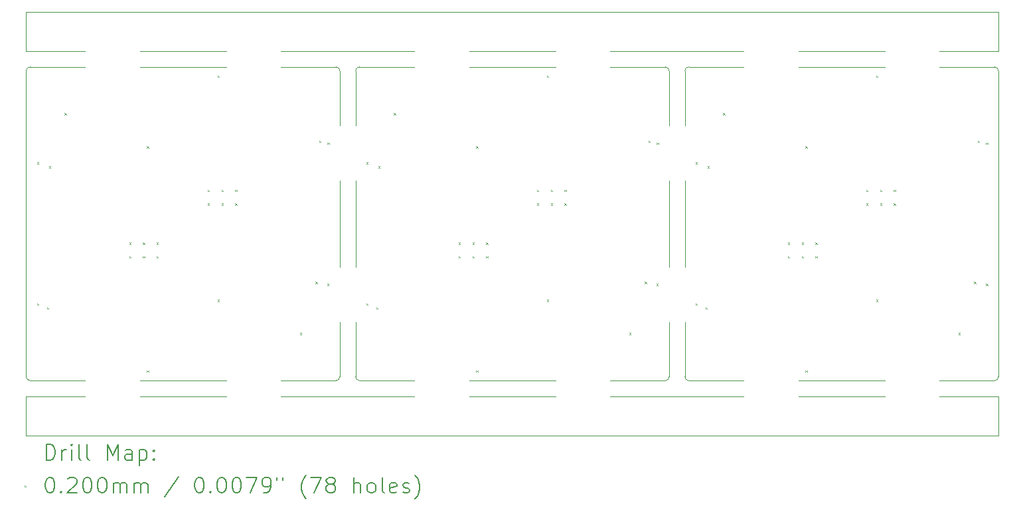
<source format=gbr>
%FSLAX45Y45*%
G04 Gerber Fmt 4.5, Leading zero omitted, Abs format (unit mm)*
G04 Created by KiCad (PCBNEW (6.0.0-0)) date 2022-10-21 10:58:45*
%MOMM*%
%LPD*%
G01*
G04 APERTURE LIST*
%TA.AperFunction,Profile*%
%ADD10C,0.050000*%
%TD*%
%ADD11C,0.200000*%
%ADD12C,0.020000*%
G04 APERTURE END LIST*
D10*
X13750000Y-9700000D02*
X15450000Y-9700000D01*
X10500000Y-10200000D02*
X10500000Y-9700000D01*
X16150000Y-9500000D02*
X17250000Y-9500000D01*
X18950000Y-9500000D02*
X19650000Y-9500000D01*
X19650000Y-5300000D02*
X17950000Y-5300000D01*
X18900000Y-6950000D02*
X18900000Y-8050000D01*
X14500000Y-8750000D02*
X14500000Y-9450000D01*
X10500000Y-5300000D02*
X10500000Y-4800000D01*
X18700000Y-8050000D02*
X18700000Y-6950000D01*
X11250000Y-5300000D02*
X10500000Y-5300000D01*
X18650000Y-9500000D02*
G75*
G03*
X18700000Y-9450000I0J50000D01*
G01*
X13050000Y-5500000D02*
X11950000Y-5500000D01*
X18950000Y-5500000D02*
G75*
G03*
X18900000Y-5550000I0J-50000D01*
G01*
X10500000Y-9450000D02*
G75*
G03*
X10550000Y-9500000I50000J0D01*
G01*
X21450000Y-5500000D02*
X20350000Y-5500000D01*
X14700000Y-6250000D02*
X14700000Y-5550000D01*
X17950000Y-9700000D02*
X19650000Y-9700000D01*
X20350000Y-9700000D02*
X21450000Y-9700000D01*
X16150000Y-9700000D02*
X17250000Y-9700000D01*
X22900000Y-5550000D02*
G75*
G03*
X22850000Y-5500000I-50000J0D01*
G01*
X18650000Y-5500000D02*
X17950000Y-5500000D01*
X22150000Y-9500000D02*
X22850000Y-9500000D01*
X14700000Y-8050000D02*
X14700000Y-6950000D01*
X14450000Y-9500000D02*
G75*
G03*
X14500000Y-9450000I0J50000D01*
G01*
X10550000Y-9500000D02*
X11250000Y-9500000D01*
X22850000Y-5500000D02*
X22150000Y-5500000D01*
X14450000Y-5500000D02*
X13750000Y-5500000D01*
X15450000Y-5500000D02*
X14750000Y-5500000D01*
X14500000Y-6250000D02*
X14500000Y-5550000D01*
X14700000Y-8750000D02*
X14700000Y-9450000D01*
X15450000Y-5300000D02*
X13750000Y-5300000D01*
X17250000Y-5300000D02*
X16150000Y-5300000D01*
X17250000Y-5500000D02*
X16150000Y-5500000D01*
X22900000Y-9700000D02*
X22900000Y-10200000D01*
X18700000Y-5550000D02*
G75*
G03*
X18650000Y-5500000I-50000J0D01*
G01*
X18700000Y-8750000D02*
X18700000Y-9450000D01*
X18900000Y-9450000D02*
G75*
G03*
X18950000Y-9500000I50000J0D01*
G01*
X22900000Y-5300000D02*
X22150000Y-5300000D01*
X14500000Y-6950000D02*
X14500000Y-8050000D01*
X10500000Y-9700000D02*
X11250000Y-9700000D01*
X11950000Y-9500000D02*
X13050000Y-9500000D01*
X20350000Y-9500000D02*
X21450000Y-9500000D01*
X11950000Y-9700000D02*
X13050000Y-9700000D01*
X14700000Y-9450000D02*
G75*
G03*
X14750000Y-9500000I50000J0D01*
G01*
X18900000Y-9450000D02*
X18900000Y-8750000D01*
X19650000Y-5500000D02*
X18950000Y-5500000D01*
X22900000Y-4800000D02*
X22900000Y-5300000D01*
X18700000Y-6250000D02*
X18700000Y-5550000D01*
X22150000Y-9700000D02*
X22900000Y-9700000D01*
X22850000Y-9500000D02*
G75*
G03*
X22900000Y-9450000I0J50000D01*
G01*
X11250000Y-5500000D02*
X10550000Y-5500000D01*
X22900000Y-9450000D02*
X22900000Y-5550000D01*
X10550000Y-5500000D02*
G75*
G03*
X10500000Y-5550000I0J-50000D01*
G01*
X21450000Y-5300000D02*
X20350000Y-5300000D01*
X10500000Y-4800000D02*
X22900000Y-4800000D01*
X13750000Y-9500000D02*
X14450000Y-9500000D01*
X14750000Y-5500000D02*
G75*
G03*
X14700000Y-5550000I0J-50000D01*
G01*
X14750000Y-9500000D02*
X15450000Y-9500000D01*
X10500000Y-5550000D02*
X10500000Y-9450000D01*
X17950000Y-9500000D02*
X18650000Y-9500000D01*
X14500000Y-5550000D02*
G75*
G03*
X14450000Y-5500000I-50000J0D01*
G01*
X22900000Y-10200000D02*
X10500000Y-10200000D01*
X18900000Y-6250000D02*
X18900000Y-5550000D01*
X13050000Y-5300000D02*
X11950000Y-5300000D01*
D11*
D12*
X10637550Y-6715000D02*
X10657550Y-6735000D01*
X10657550Y-6715000D02*
X10637550Y-6735000D01*
X10640000Y-8515000D02*
X10660000Y-8535000D01*
X10660000Y-8515000D02*
X10640000Y-8535000D01*
X10766499Y-8565000D02*
X10786499Y-8585000D01*
X10786499Y-8565000D02*
X10766499Y-8585000D01*
X10790000Y-6765000D02*
X10810000Y-6785000D01*
X10810000Y-6765000D02*
X10790000Y-6785000D01*
X10990000Y-6090000D02*
X11010000Y-6110000D01*
X11010000Y-6090000D02*
X10990000Y-6110000D01*
X11815000Y-7740000D02*
X11835000Y-7760000D01*
X11835000Y-7740000D02*
X11815000Y-7760000D01*
X11815000Y-7915000D02*
X11835000Y-7935000D01*
X11835000Y-7915000D02*
X11815000Y-7935000D01*
X11990000Y-7740000D02*
X12010000Y-7760000D01*
X12010000Y-7740000D02*
X11990000Y-7760000D01*
X11990000Y-7915000D02*
X12010000Y-7935000D01*
X12010000Y-7915000D02*
X11990000Y-7935000D01*
X12040000Y-6512500D02*
X12060000Y-6532500D01*
X12060000Y-6512500D02*
X12040000Y-6532500D01*
X12040000Y-9367500D02*
X12060000Y-9387500D01*
X12060000Y-9367500D02*
X12040000Y-9387500D01*
X12165000Y-7740000D02*
X12185000Y-7760000D01*
X12185000Y-7740000D02*
X12165000Y-7760000D01*
X12165000Y-7915000D02*
X12185000Y-7935000D01*
X12185000Y-7915000D02*
X12165000Y-7935000D01*
X12815000Y-7065000D02*
X12835000Y-7085000D01*
X12835000Y-7065000D02*
X12815000Y-7085000D01*
X12815000Y-7240000D02*
X12835000Y-7260000D01*
X12835000Y-7240000D02*
X12815000Y-7260000D01*
X12940000Y-5612500D02*
X12960000Y-5632500D01*
X12960000Y-5612500D02*
X12940000Y-5632500D01*
X12940000Y-8467500D02*
X12960000Y-8487500D01*
X12960000Y-8467500D02*
X12940000Y-8487500D01*
X12990000Y-7065000D02*
X13010000Y-7085000D01*
X13010000Y-7065000D02*
X12990000Y-7085000D01*
X12990000Y-7240000D02*
X13010000Y-7260000D01*
X13010000Y-7240000D02*
X12990000Y-7260000D01*
X13165000Y-7065000D02*
X13185000Y-7085000D01*
X13185000Y-7065000D02*
X13165000Y-7085000D01*
X13165000Y-7240000D02*
X13185000Y-7260000D01*
X13185000Y-7240000D02*
X13165000Y-7260000D01*
X13990000Y-8890000D02*
X14010000Y-8910000D01*
X14010000Y-8890000D02*
X13990000Y-8910000D01*
X14190000Y-8240000D02*
X14210000Y-8260000D01*
X14210000Y-8240000D02*
X14190000Y-8260000D01*
X14237550Y-6440000D02*
X14257550Y-6460000D01*
X14257550Y-6440000D02*
X14237550Y-6460000D01*
X14340000Y-8265000D02*
X14360000Y-8285000D01*
X14360000Y-8265000D02*
X14340000Y-8285000D01*
X14342450Y-6465000D02*
X14362450Y-6485000D01*
X14362450Y-6465000D02*
X14342450Y-6485000D01*
X14837550Y-6715000D02*
X14857550Y-6735000D01*
X14857550Y-6715000D02*
X14837550Y-6735000D01*
X14840000Y-8515000D02*
X14860000Y-8535000D01*
X14860000Y-8515000D02*
X14840000Y-8535000D01*
X14966499Y-8565000D02*
X14986499Y-8585000D01*
X14986499Y-8565000D02*
X14966499Y-8585000D01*
X14990000Y-6765000D02*
X15010000Y-6785000D01*
X15010000Y-6765000D02*
X14990000Y-6785000D01*
X15190000Y-6090000D02*
X15210000Y-6110000D01*
X15210000Y-6090000D02*
X15190000Y-6110000D01*
X16015000Y-7740000D02*
X16035000Y-7760000D01*
X16035000Y-7740000D02*
X16015000Y-7760000D01*
X16015000Y-7915000D02*
X16035000Y-7935000D01*
X16035000Y-7915000D02*
X16015000Y-7935000D01*
X16190000Y-7740000D02*
X16210000Y-7760000D01*
X16210000Y-7740000D02*
X16190000Y-7760000D01*
X16190000Y-7915000D02*
X16210000Y-7935000D01*
X16210000Y-7915000D02*
X16190000Y-7935000D01*
X16240000Y-6512500D02*
X16260000Y-6532500D01*
X16260000Y-6512500D02*
X16240000Y-6532500D01*
X16240000Y-9367500D02*
X16260000Y-9387500D01*
X16260000Y-9367500D02*
X16240000Y-9387500D01*
X16365000Y-7740000D02*
X16385000Y-7760000D01*
X16385000Y-7740000D02*
X16365000Y-7760000D01*
X16365000Y-7915000D02*
X16385000Y-7935000D01*
X16385000Y-7915000D02*
X16365000Y-7935000D01*
X17015000Y-7065000D02*
X17035000Y-7085000D01*
X17035000Y-7065000D02*
X17015000Y-7085000D01*
X17015000Y-7240000D02*
X17035000Y-7260000D01*
X17035000Y-7240000D02*
X17015000Y-7260000D01*
X17140000Y-5612500D02*
X17160000Y-5632500D01*
X17160000Y-5612500D02*
X17140000Y-5632500D01*
X17140000Y-8467500D02*
X17160000Y-8487500D01*
X17160000Y-8467500D02*
X17140000Y-8487500D01*
X17190000Y-7065000D02*
X17210000Y-7085000D01*
X17210000Y-7065000D02*
X17190000Y-7085000D01*
X17190000Y-7240000D02*
X17210000Y-7260000D01*
X17210000Y-7240000D02*
X17190000Y-7260000D01*
X17365000Y-7065000D02*
X17385000Y-7085000D01*
X17385000Y-7065000D02*
X17365000Y-7085000D01*
X17365000Y-7240000D02*
X17385000Y-7260000D01*
X17385000Y-7240000D02*
X17365000Y-7260000D01*
X18190000Y-8890000D02*
X18210000Y-8910000D01*
X18210000Y-8890000D02*
X18190000Y-8910000D01*
X18390000Y-8240000D02*
X18410000Y-8260000D01*
X18410000Y-8240000D02*
X18390000Y-8260000D01*
X18437550Y-6440000D02*
X18457550Y-6460000D01*
X18457550Y-6440000D02*
X18437550Y-6460000D01*
X18540000Y-8265000D02*
X18560000Y-8285000D01*
X18560000Y-8265000D02*
X18540000Y-8285000D01*
X18542450Y-6465000D02*
X18562450Y-6485000D01*
X18562450Y-6465000D02*
X18542450Y-6485000D01*
X19037550Y-6715000D02*
X19057550Y-6735000D01*
X19057550Y-6715000D02*
X19037550Y-6735000D01*
X19040000Y-8515000D02*
X19060000Y-8535000D01*
X19060000Y-8515000D02*
X19040000Y-8535000D01*
X19166499Y-8565000D02*
X19186499Y-8585000D01*
X19186499Y-8565000D02*
X19166499Y-8585000D01*
X19190000Y-6765000D02*
X19210000Y-6785000D01*
X19210000Y-6765000D02*
X19190000Y-6785000D01*
X19390000Y-6090000D02*
X19410000Y-6110000D01*
X19410000Y-6090000D02*
X19390000Y-6110000D01*
X20215000Y-7740000D02*
X20235000Y-7760000D01*
X20235000Y-7740000D02*
X20215000Y-7760000D01*
X20215000Y-7915000D02*
X20235000Y-7935000D01*
X20235000Y-7915000D02*
X20215000Y-7935000D01*
X20390000Y-7740000D02*
X20410000Y-7760000D01*
X20410000Y-7740000D02*
X20390000Y-7760000D01*
X20390000Y-7915000D02*
X20410000Y-7935000D01*
X20410000Y-7915000D02*
X20390000Y-7935000D01*
X20440000Y-6512500D02*
X20460000Y-6532500D01*
X20460000Y-6512500D02*
X20440000Y-6532500D01*
X20440000Y-9367500D02*
X20460000Y-9387500D01*
X20460000Y-9367500D02*
X20440000Y-9387500D01*
X20565000Y-7740000D02*
X20585000Y-7760000D01*
X20585000Y-7740000D02*
X20565000Y-7760000D01*
X20565000Y-7915000D02*
X20585000Y-7935000D01*
X20585000Y-7915000D02*
X20565000Y-7935000D01*
X21215000Y-7065000D02*
X21235000Y-7085000D01*
X21235000Y-7065000D02*
X21215000Y-7085000D01*
X21215000Y-7240000D02*
X21235000Y-7260000D01*
X21235000Y-7240000D02*
X21215000Y-7260000D01*
X21340000Y-5612500D02*
X21360000Y-5632500D01*
X21360000Y-5612500D02*
X21340000Y-5632500D01*
X21340000Y-8467500D02*
X21360000Y-8487500D01*
X21360000Y-8467500D02*
X21340000Y-8487500D01*
X21390000Y-7065000D02*
X21410000Y-7085000D01*
X21410000Y-7065000D02*
X21390000Y-7085000D01*
X21390000Y-7240000D02*
X21410000Y-7260000D01*
X21410000Y-7240000D02*
X21390000Y-7260000D01*
X21565000Y-7065000D02*
X21585000Y-7085000D01*
X21585000Y-7065000D02*
X21565000Y-7085000D01*
X21565000Y-7240000D02*
X21585000Y-7260000D01*
X21585000Y-7240000D02*
X21565000Y-7260000D01*
X22390000Y-8890000D02*
X22410000Y-8910000D01*
X22410000Y-8890000D02*
X22390000Y-8910000D01*
X22590000Y-8240000D02*
X22610000Y-8260000D01*
X22610000Y-8240000D02*
X22590000Y-8260000D01*
X22637550Y-6440000D02*
X22657550Y-6460000D01*
X22657550Y-6440000D02*
X22637550Y-6460000D01*
X22740000Y-8265000D02*
X22760000Y-8285000D01*
X22760000Y-8265000D02*
X22740000Y-8285000D01*
X22742450Y-6465000D02*
X22762450Y-6485000D01*
X22762450Y-6465000D02*
X22742450Y-6485000D01*
D11*
X10755119Y-10512976D02*
X10755119Y-10312976D01*
X10802738Y-10312976D01*
X10831310Y-10322500D01*
X10850357Y-10341548D01*
X10859881Y-10360595D01*
X10869405Y-10398690D01*
X10869405Y-10427262D01*
X10859881Y-10465357D01*
X10850357Y-10484405D01*
X10831310Y-10503452D01*
X10802738Y-10512976D01*
X10755119Y-10512976D01*
X10955119Y-10512976D02*
X10955119Y-10379643D01*
X10955119Y-10417738D02*
X10964643Y-10398690D01*
X10974167Y-10389167D01*
X10993214Y-10379643D01*
X11012262Y-10379643D01*
X11078929Y-10512976D02*
X11078929Y-10379643D01*
X11078929Y-10312976D02*
X11069405Y-10322500D01*
X11078929Y-10332024D01*
X11088452Y-10322500D01*
X11078929Y-10312976D01*
X11078929Y-10332024D01*
X11202738Y-10512976D02*
X11183690Y-10503452D01*
X11174167Y-10484405D01*
X11174167Y-10312976D01*
X11307500Y-10512976D02*
X11288452Y-10503452D01*
X11278928Y-10484405D01*
X11278928Y-10312976D01*
X11536071Y-10512976D02*
X11536071Y-10312976D01*
X11602738Y-10455833D01*
X11669405Y-10312976D01*
X11669405Y-10512976D01*
X11850357Y-10512976D02*
X11850357Y-10408214D01*
X11840833Y-10389167D01*
X11821786Y-10379643D01*
X11783690Y-10379643D01*
X11764643Y-10389167D01*
X11850357Y-10503452D02*
X11831309Y-10512976D01*
X11783690Y-10512976D01*
X11764643Y-10503452D01*
X11755119Y-10484405D01*
X11755119Y-10465357D01*
X11764643Y-10446310D01*
X11783690Y-10436786D01*
X11831309Y-10436786D01*
X11850357Y-10427262D01*
X11945595Y-10379643D02*
X11945595Y-10579643D01*
X11945595Y-10389167D02*
X11964643Y-10379643D01*
X12002738Y-10379643D01*
X12021786Y-10389167D01*
X12031309Y-10398690D01*
X12040833Y-10417738D01*
X12040833Y-10474881D01*
X12031309Y-10493929D01*
X12021786Y-10503452D01*
X12002738Y-10512976D01*
X11964643Y-10512976D01*
X11945595Y-10503452D01*
X12126548Y-10493929D02*
X12136071Y-10503452D01*
X12126548Y-10512976D01*
X12117024Y-10503452D01*
X12126548Y-10493929D01*
X12126548Y-10512976D01*
X12126548Y-10389167D02*
X12136071Y-10398690D01*
X12126548Y-10408214D01*
X12117024Y-10398690D01*
X12126548Y-10389167D01*
X12126548Y-10408214D01*
D12*
X10477500Y-10832500D02*
X10497500Y-10852500D01*
X10497500Y-10832500D02*
X10477500Y-10852500D01*
D11*
X10793214Y-10732976D02*
X10812262Y-10732976D01*
X10831310Y-10742500D01*
X10840833Y-10752024D01*
X10850357Y-10771071D01*
X10859881Y-10809167D01*
X10859881Y-10856786D01*
X10850357Y-10894881D01*
X10840833Y-10913929D01*
X10831310Y-10923452D01*
X10812262Y-10932976D01*
X10793214Y-10932976D01*
X10774167Y-10923452D01*
X10764643Y-10913929D01*
X10755119Y-10894881D01*
X10745595Y-10856786D01*
X10745595Y-10809167D01*
X10755119Y-10771071D01*
X10764643Y-10752024D01*
X10774167Y-10742500D01*
X10793214Y-10732976D01*
X10945595Y-10913929D02*
X10955119Y-10923452D01*
X10945595Y-10932976D01*
X10936071Y-10923452D01*
X10945595Y-10913929D01*
X10945595Y-10932976D01*
X11031310Y-10752024D02*
X11040833Y-10742500D01*
X11059881Y-10732976D01*
X11107500Y-10732976D01*
X11126548Y-10742500D01*
X11136071Y-10752024D01*
X11145595Y-10771071D01*
X11145595Y-10790119D01*
X11136071Y-10818690D01*
X11021786Y-10932976D01*
X11145595Y-10932976D01*
X11269405Y-10732976D02*
X11288452Y-10732976D01*
X11307500Y-10742500D01*
X11317024Y-10752024D01*
X11326548Y-10771071D01*
X11336071Y-10809167D01*
X11336071Y-10856786D01*
X11326548Y-10894881D01*
X11317024Y-10913929D01*
X11307500Y-10923452D01*
X11288452Y-10932976D01*
X11269405Y-10932976D01*
X11250357Y-10923452D01*
X11240833Y-10913929D01*
X11231309Y-10894881D01*
X11221786Y-10856786D01*
X11221786Y-10809167D01*
X11231309Y-10771071D01*
X11240833Y-10752024D01*
X11250357Y-10742500D01*
X11269405Y-10732976D01*
X11459881Y-10732976D02*
X11478928Y-10732976D01*
X11497976Y-10742500D01*
X11507500Y-10752024D01*
X11517024Y-10771071D01*
X11526548Y-10809167D01*
X11526548Y-10856786D01*
X11517024Y-10894881D01*
X11507500Y-10913929D01*
X11497976Y-10923452D01*
X11478928Y-10932976D01*
X11459881Y-10932976D01*
X11440833Y-10923452D01*
X11431309Y-10913929D01*
X11421786Y-10894881D01*
X11412262Y-10856786D01*
X11412262Y-10809167D01*
X11421786Y-10771071D01*
X11431309Y-10752024D01*
X11440833Y-10742500D01*
X11459881Y-10732976D01*
X11612262Y-10932976D02*
X11612262Y-10799643D01*
X11612262Y-10818690D02*
X11621786Y-10809167D01*
X11640833Y-10799643D01*
X11669405Y-10799643D01*
X11688452Y-10809167D01*
X11697976Y-10828214D01*
X11697976Y-10932976D01*
X11697976Y-10828214D02*
X11707500Y-10809167D01*
X11726548Y-10799643D01*
X11755119Y-10799643D01*
X11774167Y-10809167D01*
X11783690Y-10828214D01*
X11783690Y-10932976D01*
X11878928Y-10932976D02*
X11878928Y-10799643D01*
X11878928Y-10818690D02*
X11888452Y-10809167D01*
X11907500Y-10799643D01*
X11936071Y-10799643D01*
X11955119Y-10809167D01*
X11964643Y-10828214D01*
X11964643Y-10932976D01*
X11964643Y-10828214D02*
X11974167Y-10809167D01*
X11993214Y-10799643D01*
X12021786Y-10799643D01*
X12040833Y-10809167D01*
X12050357Y-10828214D01*
X12050357Y-10932976D01*
X12440833Y-10723452D02*
X12269405Y-10980595D01*
X12697976Y-10732976D02*
X12717024Y-10732976D01*
X12736071Y-10742500D01*
X12745595Y-10752024D01*
X12755119Y-10771071D01*
X12764643Y-10809167D01*
X12764643Y-10856786D01*
X12755119Y-10894881D01*
X12745595Y-10913929D01*
X12736071Y-10923452D01*
X12717024Y-10932976D01*
X12697976Y-10932976D01*
X12678928Y-10923452D01*
X12669405Y-10913929D01*
X12659881Y-10894881D01*
X12650357Y-10856786D01*
X12650357Y-10809167D01*
X12659881Y-10771071D01*
X12669405Y-10752024D01*
X12678928Y-10742500D01*
X12697976Y-10732976D01*
X12850357Y-10913929D02*
X12859881Y-10923452D01*
X12850357Y-10932976D01*
X12840833Y-10923452D01*
X12850357Y-10913929D01*
X12850357Y-10932976D01*
X12983690Y-10732976D02*
X13002738Y-10732976D01*
X13021786Y-10742500D01*
X13031309Y-10752024D01*
X13040833Y-10771071D01*
X13050357Y-10809167D01*
X13050357Y-10856786D01*
X13040833Y-10894881D01*
X13031309Y-10913929D01*
X13021786Y-10923452D01*
X13002738Y-10932976D01*
X12983690Y-10932976D01*
X12964643Y-10923452D01*
X12955119Y-10913929D01*
X12945595Y-10894881D01*
X12936071Y-10856786D01*
X12936071Y-10809167D01*
X12945595Y-10771071D01*
X12955119Y-10752024D01*
X12964643Y-10742500D01*
X12983690Y-10732976D01*
X13174167Y-10732976D02*
X13193214Y-10732976D01*
X13212262Y-10742500D01*
X13221786Y-10752024D01*
X13231309Y-10771071D01*
X13240833Y-10809167D01*
X13240833Y-10856786D01*
X13231309Y-10894881D01*
X13221786Y-10913929D01*
X13212262Y-10923452D01*
X13193214Y-10932976D01*
X13174167Y-10932976D01*
X13155119Y-10923452D01*
X13145595Y-10913929D01*
X13136071Y-10894881D01*
X13126548Y-10856786D01*
X13126548Y-10809167D01*
X13136071Y-10771071D01*
X13145595Y-10752024D01*
X13155119Y-10742500D01*
X13174167Y-10732976D01*
X13307500Y-10732976D02*
X13440833Y-10732976D01*
X13355119Y-10932976D01*
X13526548Y-10932976D02*
X13564643Y-10932976D01*
X13583690Y-10923452D01*
X13593214Y-10913929D01*
X13612262Y-10885357D01*
X13621786Y-10847262D01*
X13621786Y-10771071D01*
X13612262Y-10752024D01*
X13602738Y-10742500D01*
X13583690Y-10732976D01*
X13545595Y-10732976D01*
X13526548Y-10742500D01*
X13517024Y-10752024D01*
X13507500Y-10771071D01*
X13507500Y-10818690D01*
X13517024Y-10837738D01*
X13526548Y-10847262D01*
X13545595Y-10856786D01*
X13583690Y-10856786D01*
X13602738Y-10847262D01*
X13612262Y-10837738D01*
X13621786Y-10818690D01*
X13697976Y-10732976D02*
X13697976Y-10771071D01*
X13774167Y-10732976D02*
X13774167Y-10771071D01*
X14069405Y-11009167D02*
X14059881Y-10999643D01*
X14040833Y-10971071D01*
X14031309Y-10952024D01*
X14021786Y-10923452D01*
X14012262Y-10875833D01*
X14012262Y-10837738D01*
X14021786Y-10790119D01*
X14031309Y-10761548D01*
X14040833Y-10742500D01*
X14059881Y-10713929D01*
X14069405Y-10704405D01*
X14126548Y-10732976D02*
X14259881Y-10732976D01*
X14174167Y-10932976D01*
X14364643Y-10818690D02*
X14345595Y-10809167D01*
X14336071Y-10799643D01*
X14326548Y-10780595D01*
X14326548Y-10771071D01*
X14336071Y-10752024D01*
X14345595Y-10742500D01*
X14364643Y-10732976D01*
X14402738Y-10732976D01*
X14421786Y-10742500D01*
X14431309Y-10752024D01*
X14440833Y-10771071D01*
X14440833Y-10780595D01*
X14431309Y-10799643D01*
X14421786Y-10809167D01*
X14402738Y-10818690D01*
X14364643Y-10818690D01*
X14345595Y-10828214D01*
X14336071Y-10837738D01*
X14326548Y-10856786D01*
X14326548Y-10894881D01*
X14336071Y-10913929D01*
X14345595Y-10923452D01*
X14364643Y-10932976D01*
X14402738Y-10932976D01*
X14421786Y-10923452D01*
X14431309Y-10913929D01*
X14440833Y-10894881D01*
X14440833Y-10856786D01*
X14431309Y-10837738D01*
X14421786Y-10828214D01*
X14402738Y-10818690D01*
X14678928Y-10932976D02*
X14678928Y-10732976D01*
X14764643Y-10932976D02*
X14764643Y-10828214D01*
X14755119Y-10809167D01*
X14736071Y-10799643D01*
X14707500Y-10799643D01*
X14688452Y-10809167D01*
X14678928Y-10818690D01*
X14888452Y-10932976D02*
X14869405Y-10923452D01*
X14859881Y-10913929D01*
X14850357Y-10894881D01*
X14850357Y-10837738D01*
X14859881Y-10818690D01*
X14869405Y-10809167D01*
X14888452Y-10799643D01*
X14917024Y-10799643D01*
X14936071Y-10809167D01*
X14945595Y-10818690D01*
X14955119Y-10837738D01*
X14955119Y-10894881D01*
X14945595Y-10913929D01*
X14936071Y-10923452D01*
X14917024Y-10932976D01*
X14888452Y-10932976D01*
X15069405Y-10932976D02*
X15050357Y-10923452D01*
X15040833Y-10904405D01*
X15040833Y-10732976D01*
X15221786Y-10923452D02*
X15202738Y-10932976D01*
X15164643Y-10932976D01*
X15145595Y-10923452D01*
X15136071Y-10904405D01*
X15136071Y-10828214D01*
X15145595Y-10809167D01*
X15164643Y-10799643D01*
X15202738Y-10799643D01*
X15221786Y-10809167D01*
X15231309Y-10828214D01*
X15231309Y-10847262D01*
X15136071Y-10866310D01*
X15307500Y-10923452D02*
X15326548Y-10932976D01*
X15364643Y-10932976D01*
X15383690Y-10923452D01*
X15393214Y-10904405D01*
X15393214Y-10894881D01*
X15383690Y-10875833D01*
X15364643Y-10866310D01*
X15336071Y-10866310D01*
X15317024Y-10856786D01*
X15307500Y-10837738D01*
X15307500Y-10828214D01*
X15317024Y-10809167D01*
X15336071Y-10799643D01*
X15364643Y-10799643D01*
X15383690Y-10809167D01*
X15459881Y-11009167D02*
X15469405Y-10999643D01*
X15488452Y-10971071D01*
X15497976Y-10952024D01*
X15507500Y-10923452D01*
X15517024Y-10875833D01*
X15517024Y-10837738D01*
X15507500Y-10790119D01*
X15497976Y-10761548D01*
X15488452Y-10742500D01*
X15469405Y-10713929D01*
X15459881Y-10704405D01*
M02*

</source>
